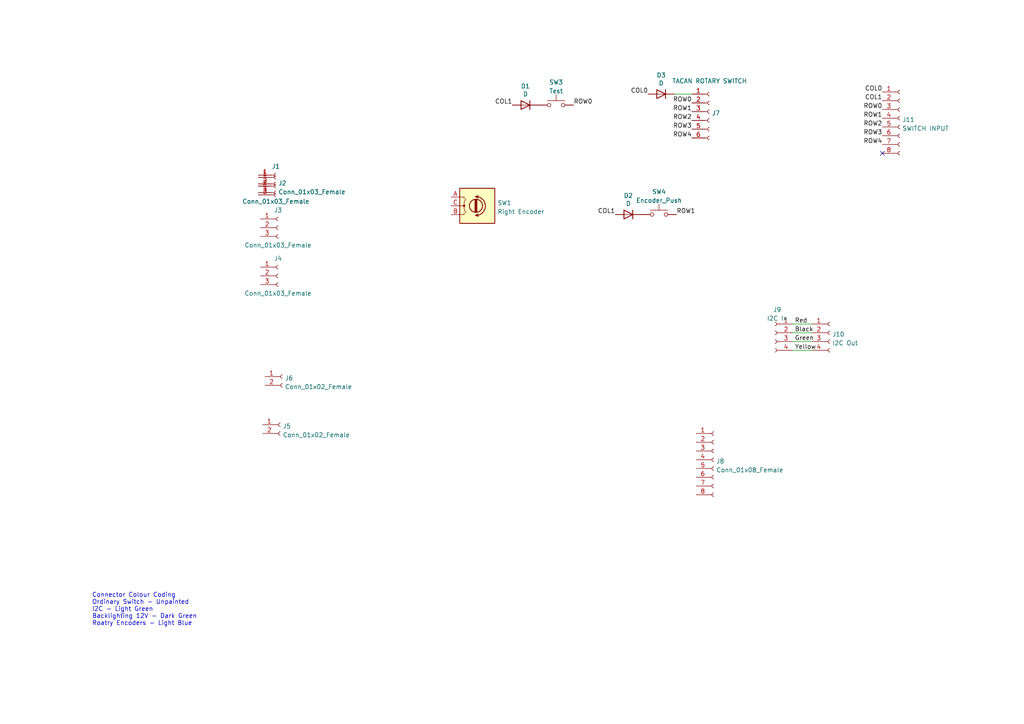
<source format=kicad_sch>
(kicad_sch (version 20211123) (generator eeschema)
  (paper "A4")
  (lib_symbols
    (symbol "Connector:Conn_01x02_Female" (pin_names (offset 1.016) hide)
      (property "Reference" "J" (at 0 2.54 0))
      (property "Value" "Conn_01x02_Female" (at 0 -5.08 0))
      (symbol "Conn_01x02_Female_1_1"
        (arc (start 0 -2.032) (mid -0.508 -2.54) (end 0 -3.048) (stroke (width 0.1524)))
        (polyline (pts (xy -1.27 -2.54) (xy -0.508 -2.54)) (stroke (width 0.1524)))
        (polyline (pts (xy -1.27 0) (xy -0.508 0)) (stroke (width 0.1524)))
        (arc (start 0 0.508) (mid -0.508 0) (end 0 -0.508) (stroke (width 0.1524)))
        (pin passive line (at -5.08 0 0) (length 3.81) (name "Pin_1") (number "1"))
        (pin passive line (at -5.08 -2.54 0) (length 3.81) (name "Pin_2") (number "2"))
      )
    )
    (symbol "Connector:Conn_01x03_Female" (pin_names (offset 1.016) hide)
      (property "Reference" "J" (at 0 5.08 0))
      (property "Value" "Conn_01x03_Female" (at 0 -5.08 0))
      (symbol "Conn_01x03_Female_1_1"
        (arc (start 0 -2.032) (mid -0.508 -2.54) (end 0 -3.048) (stroke (width 0.1524)))
        (polyline (pts (xy -1.27 -2.54) (xy -0.508 -2.54)) (stroke (width 0.1524)))
        (polyline (pts (xy -1.27 0) (xy -0.508 0)) (stroke (width 0.1524)))
        (polyline (pts (xy -1.27 2.54) (xy -0.508 2.54)) (stroke (width 0.1524)))
        (arc (start 0 0.508) (mid -0.508 0) (end 0 -0.508) (stroke (width 0.1524)))
        (arc (start 0 3.048) (mid -0.508 2.54) (end 0 2.032) (stroke (width 0.1524)))
        (pin passive line (at -5.08 2.54 0) (length 3.81) (name "Pin_1") (number "1"))
        (pin passive line (at -5.08 0 0) (length 3.81) (name "Pin_2") (number "2"))
        (pin passive line (at -5.08 -2.54 0) (length 3.81) (name "Pin_3") (number "3"))
      )
    )
    (symbol "Connector:Conn_01x04_Female" (pin_names (offset 1.016) hide)
      (property "Reference" "J" (at 0 5.08 0))
      (property "Value" "Conn_01x04_Female" (at 0 -7.62 0))
      (symbol "Conn_01x04_Female_1_1"
        (arc (start 0 -4.572) (mid -0.508 -5.08) (end 0 -5.588) (stroke (width 0.1524)))
        (arc (start 0 -2.032) (mid -0.508 -2.54) (end 0 -3.048) (stroke (width 0.1524)))
        (polyline (pts (xy -1.27 -5.08) (xy -0.508 -5.08)) (stroke (width 0.1524)))
        (polyline (pts (xy -1.27 -2.54) (xy -0.508 -2.54)) (stroke (width 0.1524)))
        (polyline (pts (xy -1.27 0) (xy -0.508 0)) (stroke (width 0.1524)))
        (polyline (pts (xy -1.27 2.54) (xy -0.508 2.54)) (stroke (width 0.1524)))
        (arc (start 0 0.508) (mid -0.508 0) (end 0 -0.508) (stroke (width 0.1524)))
        (arc (start 0 3.048) (mid -0.508 2.54) (end 0 2.032) (stroke (width 0.1524)))
        (pin passive line (at -5.08 2.54 0) (length 3.81) (name "Pin_1") (number "1"))
        (pin passive line (at -5.08 0 0) (length 3.81) (name "Pin_2") (number "2"))
        (pin passive line (at -5.08 -2.54 0) (length 3.81) (name "Pin_3") (number "3"))
        (pin passive line (at -5.08 -5.08 0) (length 3.81) (name "Pin_4") (number "4"))
      )
    )
    (symbol "Connector:Conn_01x06_Female" (pin_names (offset 1.016) hide)
      (property "Reference" "J" (at 0 7.62 0))
      (property "Value" "Conn_01x06_Female" (at 0 -10.16 0))
      (symbol "Conn_01x06_Female_1_1"
        (arc (start 0 -7.112) (mid -0.508 -7.62) (end 0 -8.128) (stroke (width 0.1524)))
        (arc (start 0 -4.572) (mid -0.508 -5.08) (end 0 -5.588) (stroke (width 0.1524)))
        (arc (start 0 -2.032) (mid -0.508 -2.54) (end 0 -3.048) (stroke (width 0.1524)))
        (polyline (pts (xy -1.27 -7.62) (xy -0.508 -7.62)) (stroke (width 0.1524)))
        (polyline (pts (xy -1.27 -5.08) (xy -0.508 -5.08)) (stroke (width 0.1524)))
        (polyline (pts (xy -1.27 -2.54) (xy -0.508 -2.54)) (stroke (width 0.1524)))
        (polyline (pts (xy -1.27 0) (xy -0.508 0)) (stroke (width 0.1524)))
        (polyline (pts (xy -1.27 2.54) (xy -0.508 2.54)) (stroke (width 0.1524)))
        (polyline (pts (xy -1.27 5.08) (xy -0.508 5.08)) (stroke (width 0.1524)))
        (arc (start 0 0.508) (mid -0.508 0) (end 0 -0.508) (stroke (width 0.1524)))
        (arc (start 0 3.048) (mid -0.508 2.54) (end 0 2.032) (stroke (width 0.1524)))
        (arc (start 0 5.588) (mid -0.508 5.08) (end 0 4.572) (stroke (width 0.1524)))
        (pin passive line (at -5.08 5.08 0) (length 3.81) (name "Pin_1") (number "1"))
        (pin passive line (at -5.08 2.54 0) (length 3.81) (name "Pin_2") (number "2"))
        (pin passive line (at -5.08 0 0) (length 3.81) (name "Pin_3") (number "3"))
        (pin passive line (at -5.08 -2.54 0) (length 3.81) (name "Pin_4") (number "4"))
        (pin passive line (at -5.08 -5.08 0) (length 3.81) (name "Pin_5") (number "5"))
        (pin passive line (at -5.08 -7.62 0) (length 3.81) (name "Pin_6") (number "6"))
      )
    )
    (symbol "Connector:Conn_01x08_Female" (pin_names (offset 1.016) hide)
      (property "Reference" "J" (at 0 10.16 0))
      (property "Value" "Conn_01x08_Female" (at 0 -12.7 0))
      (symbol "Conn_01x08_Female_1_1"
        (arc (start 0 -9.652) (mid -0.508 -10.16) (end 0 -10.668) (stroke (width 0.1524)))
        (arc (start 0 -7.112) (mid -0.508 -7.62) (end 0 -8.128) (stroke (width 0.1524)))
        (arc (start 0 -4.572) (mid -0.508 -5.08) (end 0 -5.588) (stroke (width 0.1524)))
        (arc (start 0 -2.032) (mid -0.508 -2.54) (end 0 -3.048) (stroke (width 0.1524)))
        (polyline (pts (xy -1.27 -10.16) (xy -0.508 -10.16)) (stroke (width 0.1524)))
        (polyline (pts (xy -1.27 -7.62) (xy -0.508 -7.62)) (stroke (width 0.1524)))
        (polyline (pts (xy -1.27 -5.08) (xy -0.508 -5.08)) (stroke (width 0.1524)))
        (polyline (pts (xy -1.27 -2.54) (xy -0.508 -2.54)) (stroke (width 0.1524)))
        (polyline (pts (xy -1.27 0) (xy -0.508 0)) (stroke (width 0.1524)))
        (polyline (pts (xy -1.27 2.54) (xy -0.508 2.54)) (stroke (width 0.1524)))
        (polyline (pts (xy -1.27 5.08) (xy -0.508 5.08)) (stroke (width 0.1524)))
        (polyline (pts (xy -1.27 7.62) (xy -0.508 7.62)) (stroke (width 0.1524)))
        (arc (start 0 0.508) (mid -0.508 0) (end 0 -0.508) (stroke (width 0.1524)))
        (arc (start 0 3.048) (mid -0.508 2.54) (end 0 2.032) (stroke (width 0.1524)))
        (arc (start 0 5.588) (mid -0.508 5.08) (end 0 4.572) (stroke (width 0.1524)))
        (arc (start 0 8.128) (mid -0.508 7.62) (end 0 7.112) (stroke (width 0.1524)))
        (pin passive line (at -5.08 7.62 0) (length 3.81) (name "Pin_1") (number "1"))
        (pin passive line (at -5.08 5.08 0) (length 3.81) (name "Pin_2") (number "2"))
        (pin passive line (at -5.08 2.54 0) (length 3.81) (name "Pin_3") (number "3"))
        (pin passive line (at -5.08 0 0) (length 3.81) (name "Pin_4") (number "4"))
        (pin passive line (at -5.08 -2.54 0) (length 3.81) (name "Pin_5") (number "5"))
        (pin passive line (at -5.08 -5.08 0) (length 3.81) (name "Pin_6") (number "6"))
        (pin passive line (at -5.08 -7.62 0) (length 3.81) (name "Pin_7") (number "7"))
        (pin passive line (at -5.08 -10.16 0) (length 3.81) (name "Pin_8") (number "8"))
      )
    )
    (symbol "Device:D" (pin_numbers hide) (pin_names (offset 1.016) hide)
      (property "Reference" "D" (at 0 2.54 0))
      (property "Value" "D" (at 0 -2.54 0))
      (symbol "D_0_1"
        (polyline (pts (xy -1.27 1.27) (xy -1.27 -1.27)) (stroke (width 0.254)))
        (polyline (pts (xy 1.27 0) (xy -1.27 0)))
        (polyline (pts (xy 1.27 1.27) (xy 1.27 -1.27) (xy -1.27 0) (xy 1.27 1.27)) (stroke (width 0.254)))
      )
      (symbol "D_1_1"
        (pin passive line (at -3.81 0 0) (length 2.54) (name "K") (number "1"))
        (pin passive line (at 3.81 0 180) (length 2.54) (name "A") (number "2"))
      )
    )
    (symbol "Device:RotaryEncoder" (pin_names (offset 0.254) hide)
      (property "Reference" "SW" (at 0 6.604 0))
      (property "Value" "RotaryEncoder" (at 0 -6.604 0))
      (symbol "RotaryEncoder_0_1"
        (rectangle (start -5.08 5.08) (end 5.08 -5.08) (stroke (width 0.254)) (fill (type background)))
        (circle (center -3.81 0) (radius 0.254) (fill (type outline)))
        (arc (start -0.381 -2.794) (mid 2.3622 -0.0508) (end -0.381 2.667) (stroke (width 0.254)))
        (circle (center -0.381 0) (radius 1.905) (stroke (width 0.254)))
        (polyline (pts (xy -0.635 -1.778) (xy -0.635 1.778)) (stroke (width 0.254)))
        (polyline (pts (xy -0.381 -1.778) (xy -0.381 1.778)) (stroke (width 0.254)))
        (polyline (pts (xy -0.127 1.778) (xy -0.127 -1.778)) (stroke (width 0.254)))
        (polyline (pts (xy -5.08 -2.54) (xy -3.81 -2.54) (xy -3.81 -2.032)))
        (polyline (pts (xy -5.08 2.54) (xy -3.81 2.54) (xy -3.81 2.032)))
        (polyline (pts (xy 0.254 -3.048) (xy -0.508 -2.794) (xy 0.127 -2.413)) (stroke (width 0.254)))
        (polyline (pts (xy 0.254 2.921) (xy -0.508 2.667) (xy 0.127 2.286)) (stroke (width 0.254)))
        (polyline (pts (xy -5.08 0) (xy -3.81 0) (xy -3.81 -1.016) (xy -3.302 -2.032)))
        (polyline (pts (xy -4.318 0) (xy -3.81 0) (xy -3.81 1.016) (xy -3.302 2.032)))
      )
      (symbol "RotaryEncoder_1_1"
        (pin passive line (at -7.62 2.54 0) (length 2.54) (name "A") (number "A"))
        (pin passive line (at -7.62 -2.54 0) (length 2.54) (name "B") (number "B"))
        (pin passive line (at -7.62 0 0) (length 2.54) (name "C") (number "C"))
      )
    )
    (symbol "Switch:SW_Push" (pin_numbers hide) (pin_names (offset 1.016) hide)
      (property "Reference" "SW" (at 1.27 2.54 0))
      (property "Value" "SW_Push" (at 0 -1.524 0))
      (symbol "SW_Push_0_1"
        (circle (center -2.032 0) (radius 0.508))
        (polyline (pts (xy 0 1.27) (xy 0 3.048)))
        (polyline (pts (xy 2.54 1.27) (xy -2.54 1.27)))
        (circle (center 2.032 0) (radius 0.508))
        (pin passive line (at -5.08 0 0) (length 2.54) (name "1") (number "1"))
        (pin passive line (at 5.08 0 180) (length 2.54) (name "2") (number "2"))
      )
    )
  )
  (no_connect (at 255.905 44.45))
  (wire (pts (xy 229.87 96.52) (xy 235.585 96.52)))
  (wire (pts (xy 229.87 99.06) (xy 235.585 99.06)))
  (wire (pts (xy 195.58 27.305) (xy 200.66 27.305)))
  (wire (pts (xy 229.87 101.6) (xy 235.585 101.6)))
  (wire (pts (xy 229.87 93.98) (xy 235.585 93.98)))
  (text "Connector Colour Coding\nOrdinary Switch - Unpainted\nI2C - Light Green\nBacklighting 12V - Dark Green\nRoatry Encoders - Light Blue" (at 26.67 181.61 0) (effects (font (size 1.27 1.27)) (justify left bottom)))
  (label "ROW1" (at 196.215 62.23 0))
  (label "Yellow" (at 230.505 101.6 0))
  (label "COL1" (at 148.59 30.48 180))
  (label "COL1" (at 255.905 29.21 180))
  (label "ROW1" (at 255.905 34.29 180))
  (label "ROW1" (at 200.66 32.385 180))
  (label "Green" (at 230.505 99.06 0))
  (label "Black" (at 230.505 96.52 0))
  (label "ROW3" (at 200.66 37.465 180))
  (label "ROW4" (at 200.66 40.005 180))
  (label "ROW2" (at 255.905 36.83 180))
  (label "Red" (at 230.505 93.98 0))
  (label "ROW4" (at 255.905 41.91 180))
  (label "COL0" (at 187.96 27.305 180))
  (label "COL1" (at 178.435 62.23 180))
  (label "ROW3" (at 255.905 39.37 180))
  (label "COL0" (at 255.905 26.67 180))
  (label "ROW0" (at 255.905 31.75 180))
  (label "ROW2" (at 200.66 34.925 180))
  (label "ROW0" (at 200.66 29.845 180))
  (label "ROW0" (at 166.37 30.48 0))
  (symbol (lib_id "Connector:Conn_01x02_Female") (at 81.915 109.22 0) (unit 1)
    (property "Reference" "J6" (at 82.6262 109.6553 0) (effects (justify left)))
    (property "Value" "Conn_01x02_Female" (at 82.6262 112.1922 0) (effects (justify left)))
    (property "Footprint" "Connector_Molex:Molex_KK-254_AE-6410-02A_1x02_P2.54mm_Vertical" (effects hide))
  )
  (symbol (lib_id "Connector:Conn_01x03_Female") (at 80.645 66.04 0) (unit 1)
    (property "Reference" "J3" (at 80.645 60.96 0))
    (property "Value" "Conn_01x03_Female" (at 80.645 71.12 0))
    (property "Footprint" "Connector_Molex:Molex_KK-254_AE-6410-03A_1x03_P2.54mm_Vertical" (effects hide))
  )
  (symbol (lib_id "Device:D") (at 152.4 30.48 0) (mirror y) (unit 1)
    (property "Reference" "D1" (at 152.4 24.9936 0))
    (property "Value" "D" (at 152.4 27.305 0))
    (property "Footprint" "Diode_THT:D_A-405_P7.62mm_Horizontal" (effects hide))
  )
  (symbol (lib_id "Connector:Conn_01x04_Female") (at 240.665 96.52 0) (unit 1)
    (property "Reference" "J10" (at 241.3762 96.9553 0) (effects (justify left)))
    (property "Value" "I2C Out" (at 241.3762 99.4922 0) (effects (justify left)))
    (property "Footprint" "Connector_Molex:Molex_KK-254_AE-6410-04A_1x04_P2.54mm_Vertical" (effects hide))
  )
  (symbol (lib_id "Connector:Conn_01x08_Female") (at 207.01 133.35 0) (unit 1)
    (property "Reference" "J8" (at 207.7212 133.7853 0) (effects (justify left)))
    (property "Value" "Conn_01x08_Female" (at 207.7212 136.3222 0) (effects (justify left)))
    (property "Footprint" "Connector_Molex:Molex_KK-254_AE-6410-08A_1x08_P2.54mm_Vertical" (effects hide))
  )
  (symbol (lib_id "Connector:Conn_01x04_Female") (at 224.79 96.52 0) (mirror y) (unit 1)
    (property "Reference" "J9" (at 225.425 89.823 0))
    (property "Value" "I2C In" (at 225.425 92.3599 0))
    (property "Footprint" "Connector_Molex:Molex_KK-254_AE-6410-04A_1x04_P2.54mm_Vertical" (effects hide))
  )
  (symbol (lib_id "Connector:Conn_01x08_Female") (at 260.985 34.29 0) (unit 1)
    (property "Reference" "J11" (at 261.6962 34.7253 0) (effects (justify left)))
    (property "Value" "SWITCH INPUT" (at 261.6962 37.2622 0) (effects (justify left)))
    (property "Footprint" "Connector_Molex:Molex_KK-254_AE-6410-08A_1x08_P2.54mm_Vertical" (effects hide))
  )
  (symbol (lib_id "Switch:SW_Push") (at 191.135 62.23 0) (unit 1)
    (property "Reference" "SW4" (at 191.135 55.6092 0))
    (property "Value" "Encoder_Push" (at 191.135 58.1461 0))
    (property "Footprint" "Connector_Molex:Molex_KK-254_AE-6410-02A_1x02_P2.54mm_Vertical" (effects hide))
  )
  (symbol (lib_id "Connector:Conn_01x06_Female") (at 205.74 32.385 0) (unit 1)
    (property "Reference" "J7" (at 206.4512 32.8203 0) (effects (justify left)))
    (property "Value" "TACAN ROTARY SWITCH" (at 194.945 23.495 0) (effects (justify left)))
    (property "Footprint" "Connector_Molex:Molex_KK-254_AE-6410-06A_1x06_P2.54mm_Vertical" (effects hide))
  )
  (symbol (lib_id "Connector:Conn_01x03_Female") (at 80.645 80.01 0) (unit 1)
    (property "Reference" "J4" (at 80.645 74.93 0))
    (property "Value" "Conn_01x03_Female" (at 80.645 85.09 0))
    (property "Footprint" "Connector_Molex:Molex_KK-254_AE-6410-03A_1x03_P2.54mm_Vertical" (effects hide))
  )
  (symbol (lib_id "Connector:Conn_01x02_Female") (at 81.28 123.19 0) (unit 1)
    (property "Reference" "J5" (at 81.9912 123.6253 0) (effects (justify left)))
    (property "Value" "Conn_01x02_Female" (at 81.9912 126.1622 0) (effects (justify left)))
    (property "Footprint" "Connector_Molex:Molex_KK-254_AE-6410-02A_1x02_P2.54mm_Vertical" (effects hide))
  )
  (symbol (lib_id "Connector:Conn_01x03_Female") (at 80.01 53.975 0) (unit 1)
    (property "Reference" "J2" (at 80.7212 53.1403 0) (effects (justify left)))
    (property "Value" "Conn_01x03_Female" (at 80.7212 55.6772 0) (effects (justify left)))
    (property "Footprint" "Connector_Molex:Molex_KK-254_AE-6410-03A_1x03_P2.54mm_Vertical" (effects hide))
  )
  (symbol (lib_id "Device:RotaryEncoder") (at 138.43 59.69 0) (unit 1)
    (property "Reference" "SW1" (at 144.272 58.8553 0) (effects (justify left)))
    (property "Value" "Right Encoder" (at 144.272 61.3922 0) (effects (justify left)))
    (property "Footprint" "Connector_Molex:Molex_KK-254_AE-6410-03A_1x03_P2.54mm_Vertical" (effects hide))
  )
  (symbol (lib_id "Device:D") (at 191.77 27.305 0) (mirror y) (unit 1)
    (property "Reference" "D3" (at 191.77 21.8186 0))
    (property "Value" "D" (at 191.77 24.13 0))
    (property "Footprint" "Diode_THT:D_A-405_P7.62mm_Horizontal" (effects hide))
  )
  (symbol (lib_id "Switch:SW_Push") (at 161.29 30.48 0) (unit 1)
    (property "Reference" "SW3" (at 161.29 23.8592 0))
    (property "Value" "Test" (at 161.29 26.3961 0))
    (property "Footprint" "Connector_Molex:Molex_KK-254_AE-6410-02A_1x02_P2.54mm_Vertical" (effects hide))
  )
  (symbol (lib_id "Device:D") (at 182.245 62.23 0) (mirror y) (unit 1)
    (property "Reference" "D2" (at 182.245 56.7436 0))
    (property "Value" "D" (at 182.245 59.055 0))
    (property "Footprint" "Diode_THT:D_A-405_P7.62mm_Horizontal" (effects hide))
  )
  (symbol (lib_id "Connector:Conn_01x03_Female") (at 80.01 53.34 0) (unit 1)
    (property "Reference" "J1" (at 80.01 48.26 0))
    (property "Value" "Conn_01x03_Female" (at 80.01 58.42 0))
    (property "Footprint" "Connector_Molex:Molex_KK-254_AE-6410-03A_1x03_P2.54mm_Vertical" (effects hide))
  )
)
</source>
